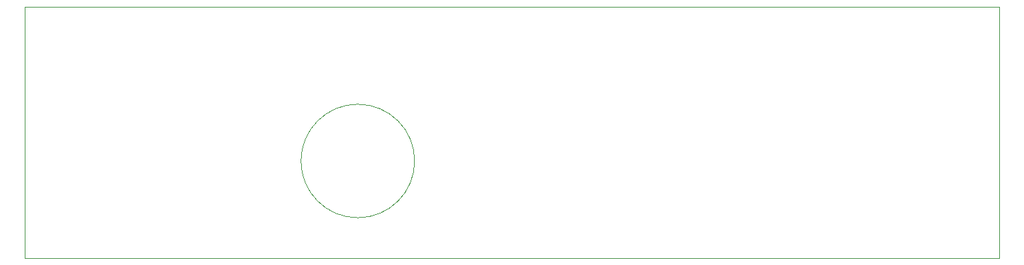
<source format=gbr>
%TF.GenerationSoftware,KiCad,Pcbnew,(6.0.5-0)*%
%TF.CreationDate,2023-03-13T13:52:06+01:00*%
%TF.ProjectId,plasma,706c6173-6d61-42e6-9b69-6361645f7063,rev?*%
%TF.SameCoordinates,Original*%
%TF.FileFunction,Profile,NP*%
%FSLAX46Y46*%
G04 Gerber Fmt 4.6, Leading zero omitted, Abs format (unit mm)*
G04 Created by KiCad (PCBNEW (6.0.5-0)) date 2023-03-13 13:52:06*
%MOMM*%
%LPD*%
G01*
G04 APERTURE LIST*
%TA.AperFunction,Profile*%
%ADD10C,0.100000*%
%TD*%
G04 APERTURE END LIST*
D10*
X232500000Y-51500000D02*
X112500000Y-51500000D01*
X112500000Y-51500000D02*
X112500000Y-82500000D01*
X112500000Y-82500000D02*
X232500000Y-82500000D01*
X232500000Y-82500000D02*
X232500000Y-51500000D01*
X160500000Y-70500000D02*
G75*
G03*
X160500000Y-70500000I-7000000J0D01*
G01*
M02*

</source>
